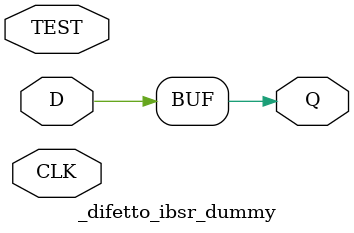
<source format=v>
(* no_boundary_scan *)
(* keep_hierarchy *)
module _difetto_ibsr(CLK, TEST, D, Q);
    parameter WIDTH = 32'd1;
    parameter CLK_POLARITY = 1'b1;
    parameter TEST_POLARITY = 1'b1;
    
    input CLK;
    input TEST;
    input [WIDTH-1:0] D;
    output [WIDTH-1:0] Q;
    
    wire [WIDTH-1:0] store;
    
    \$dff  #(.WIDTH(WIDTH), .CLK_POLARITY(CLK_POLARITY)) _store_ (
        .CLK(CLK),
        .D(Q),
        .Q(store)
    );

    \$mux #(.WIDTH(WIDTH)) _mux_ (
        .S(TEST == TEST_POLARITY),
        .A(D),
        .B(store),
        .Y(Q)
    );
endmodule

(* no_boundary_scan *)
module _difetto_ibsr_dummy(CLK, TEST, D, Q);
    parameter WIDTH = 1;
    parameter CLK_POLARITY = 1'b1;
    parameter TEST_POLARITY = 1'b1;
    
    input CLK;
    input TEST;
    input [WIDTH-1:0] D;
    output [WIDTH-1:0] Q;
    
    assign Q = D;
endmodule

</source>
